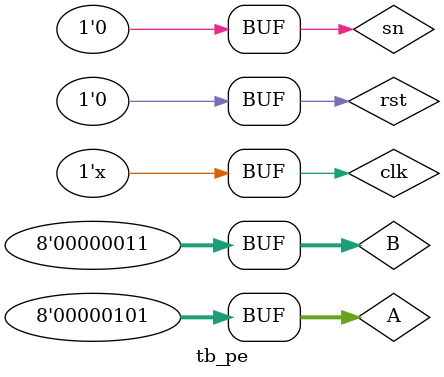
<source format=v>
module tb_pe();
parameter N=8;
parameter M=18;
reg [N-1:0]A,B;
reg clk,rst,sn;
wire[M-1:0] data;
wire [N-1:0] A1,B1;
pe #(N,M) tb_pe_instance(A,B,clk,rst,sn,data,A1,B1);

initial begin
clk=1;
sn=0;
#40 rst=1;
#30 rst=0; A=8'd5;B=8'd3;
//#20 A=8'd1;B=8'd0;
//#20 A=8'd0;B=8'd0;



end


always #10 clk=~clk;
endmodule
</source>
